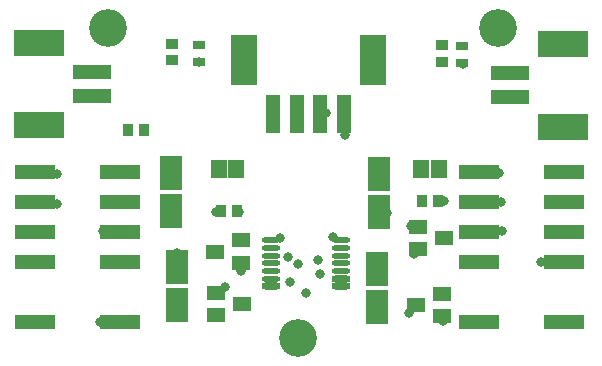
<source format=gts>
G04*
G04 #@! TF.GenerationSoftware,Altium Limited,Altium Designer,19.0.13 (425)*
G04*
G04 Layer_Color=8388736*
%FSLAX25Y25*%
%MOIN*%
G70*
G01*
G75*
%ADD16R,0.03556X0.04343*%
%ADD17R,0.07493X0.11824*%
%ADD18R,0.06312X0.04737*%
%ADD19O,0.06312X0.01800*%
%ADD20O,0.06312X0.02572*%
%ADD21R,0.05328X0.06115*%
%ADD22R,0.13241X0.04737*%
%ADD23R,0.16548X0.08674*%
%ADD24R,0.12611X0.04737*%
%ADD25R,0.04737X0.12611*%
%ADD26R,0.08674X0.16548*%
%ADD27R,0.03950X0.03162*%
%ADD28R,0.04343X0.03556*%
%ADD29C,0.03162*%
%ADD30C,0.12611*%
D16*
X484039Y273843D02*
D03*
X478527D02*
D03*
X386039Y297343D02*
D03*
X380527D02*
D03*
X416988Y270343D02*
D03*
X411476D02*
D03*
D17*
X463775Y238445D02*
D03*
Y251241D02*
D03*
X396783Y238945D02*
D03*
Y251741D02*
D03*
X464267Y269945D02*
D03*
Y282741D02*
D03*
X394783Y270445D02*
D03*
Y283241D02*
D03*
D18*
X409952Y243083D02*
D03*
Y235603D02*
D03*
X418614Y239343D02*
D03*
X477149Y265083D02*
D03*
Y257603D02*
D03*
X485811Y261343D02*
D03*
X485283Y235343D02*
D03*
Y242823D02*
D03*
X476622Y239083D02*
D03*
X418114Y253103D02*
D03*
Y260583D02*
D03*
X409452Y256843D02*
D03*
D19*
X428236Y260615D02*
D03*
Y258056D02*
D03*
Y255497D02*
D03*
Y252938D02*
D03*
Y250378D02*
D03*
Y247819D02*
D03*
X451465Y260615D02*
D03*
Y258056D02*
D03*
Y255497D02*
D03*
Y252938D02*
D03*
Y250378D02*
D03*
D20*
X428236Y245260D02*
D03*
X451465Y247819D02*
D03*
Y245260D02*
D03*
D21*
X410980Y284343D02*
D03*
X416688D02*
D03*
X478429D02*
D03*
X484137D02*
D03*
D22*
X526035Y283343D02*
D03*
Y273343D02*
D03*
Y263343D02*
D03*
Y253343D02*
D03*
Y233343D02*
D03*
X497531Y283343D02*
D03*
Y273343D02*
D03*
Y263343D02*
D03*
Y253343D02*
D03*
Y233343D02*
D03*
X378035Y283343D02*
D03*
Y273343D02*
D03*
Y263343D02*
D03*
Y253343D02*
D03*
Y233343D02*
D03*
X349531Y283343D02*
D03*
Y273343D02*
D03*
Y263343D02*
D03*
Y253343D02*
D03*
Y233343D02*
D03*
D23*
X525591Y298539D02*
D03*
Y326099D02*
D03*
X351000Y326500D02*
D03*
Y298940D02*
D03*
D24*
X507873Y316256D02*
D03*
Y308382D02*
D03*
X368717Y308783D02*
D03*
Y316657D02*
D03*
D25*
X452594Y302874D02*
D03*
X444720D02*
D03*
X428972D02*
D03*
X436846D02*
D03*
D26*
X462437Y320591D02*
D03*
X419129D02*
D03*
D27*
X491833Y325343D02*
D03*
Y319634D02*
D03*
X404283Y325843D02*
D03*
Y320134D02*
D03*
D28*
X485283Y320087D02*
D03*
Y325599D02*
D03*
X395283Y320587D02*
D03*
Y326099D02*
D03*
D29*
X417717Y270092D02*
D03*
X492126Y319291D02*
D03*
X351969Y263386D02*
D03*
X404283Y320134D02*
D03*
X410094Y270092D02*
D03*
X380709Y297244D02*
D03*
X444566Y249437D02*
D03*
X437112Y252595D02*
D03*
X434566Y246682D02*
D03*
X439823Y243182D02*
D03*
X485531Y233749D02*
D03*
X475783Y256178D02*
D03*
X466998Y269587D02*
D03*
X474783Y265343D02*
D03*
X446498Y303087D02*
D03*
X412783Y245099D02*
D03*
X419255Y239587D02*
D03*
X431350Y261438D02*
D03*
X434066Y254922D02*
D03*
X444066Y254182D02*
D03*
X418283Y250343D02*
D03*
X448823Y261682D02*
D03*
X372283Y263843D02*
D03*
X396783Y256343D02*
D03*
X505283Y263843D02*
D03*
X452783Y295843D02*
D03*
X356783Y282843D02*
D03*
Y272843D02*
D03*
X371283Y233343D02*
D03*
X518283Y253343D02*
D03*
X504783Y273343D02*
D03*
X504283Y283241D02*
D03*
X474283Y236343D02*
D03*
X485811Y273843D02*
D03*
D30*
X437402Y227953D02*
D03*
X503937Y331496D02*
D03*
X374016D02*
D03*
M02*

</source>
